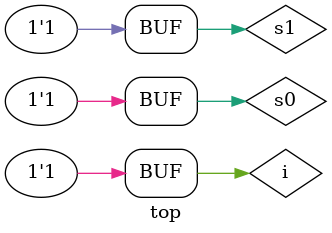
<source format=v>
module demux41(
    input i,s0,s1,
    output reg y0,y1,y2,y3
);
always @(*) begin
    y0 = 0; y1 = 0; y2 = 0; y3 = 0;
    case({s0,s1})
        2'b00 : y0 = i;
        2'b01 : y1 = i;
        2'b10 : y2 = i;
        2'b11 : y3 = i;
    endcase

end
endmodule

module top;
reg i,s0,s1;
wire y0,y1,y2,y3;
demux41 m1(i,s0,s1,y0,y1,y2,y3);
initial
begin   
    $monitor($time, "   s0 = %b, s1 = %b, y0 = %b, y1 = %b, y2 = %b, y3 = %b",s0,s1,y0,y1,y2,y3);
    i = 1;
    s0 = 0; s1 = 0; #10;
    s0 = 0; s1 = 1; #10;
    s0 = 1; s1 = 0; #10;
    s0 = 1; s1 = 1; #10;
end

endmodule
</source>
